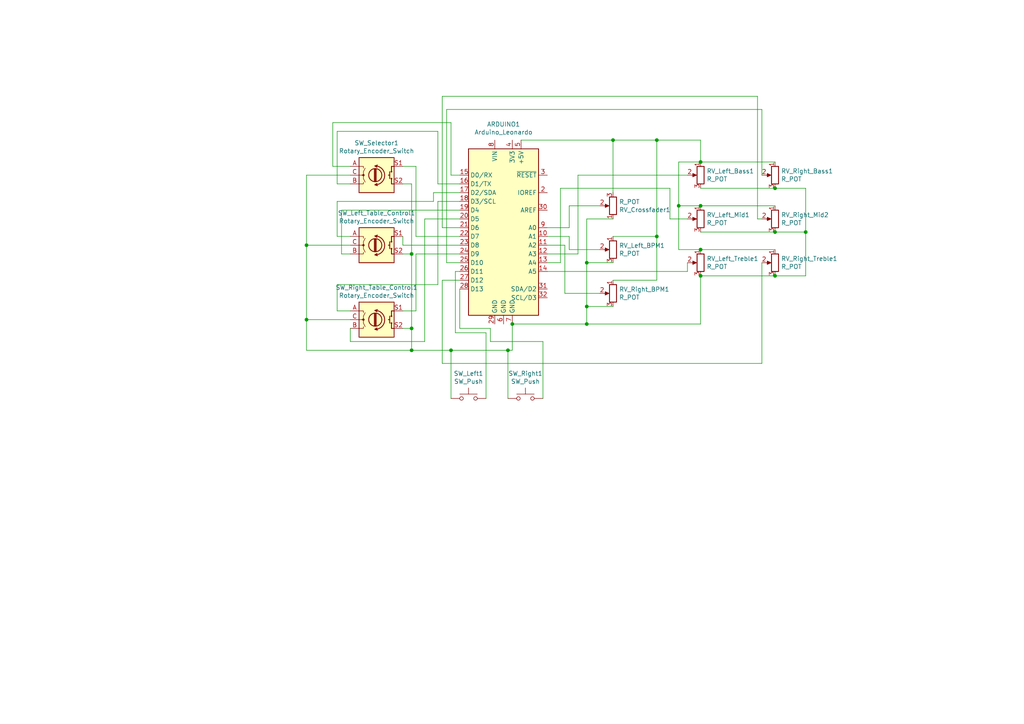
<source format=kicad_sch>
(kicad_sch (version 20231120) (generator "eeschema") (generator_version "8.0")
  (paper "A4")
  (title_block (title "MIXXX CONSOLE") (date "2024-01-09") (rev "1.0"))
  (lib_symbols
    (symbol "MCU_Module:Arduino_Leonardo"
      (property "Reference" "A" (at -10.16 23.495 0))
      (property "Value" "Arduino_Leonardo" (at 5.08 -26.67 0))
      (symbol "Arduino_Leonardo_0_1"
        (rectangle (start -10.16 22.86) (end 10.16 -25.4) (stroke (width 0.254)) (fill (type background)))
      )
      (symbol "Arduino_Leonardo_1_1"
        (pin no_connect line (at -10.16 -20.32 0) (length 2.54) hide (name "NC") (number "1"))
        (pin bidirectional line (at 12.7 -2.54 180) (length 2.54) (name "A1") (number "10"))
        (pin bidirectional line (at 12.7 -5.08 180) (length 2.54) (name "A2") (number "11"))
        (pin bidirectional line (at 12.7 -7.62 180) (length 2.54) (name "A3") (number "12"))
        (pin bidirectional line (at 12.7 -10.16 180) (length 2.54) (name "A4") (number "13"))
        (pin bidirectional line (at 12.7 -12.7 180) (length 2.54) (name "A5") (number "14"))
        (pin bidirectional line (at -12.7 15.24 0) (length 2.54) (name "D0/RX") (number "15"))
        (pin bidirectional line (at -12.7 12.7 0) (length 2.54) (name "D1/TX") (number "16"))
        (pin bidirectional line (at -12.7 10.16 0) (length 2.54) (name "D2/SDA") (number "17"))
        (pin bidirectional line (at -12.7 7.62 0) (length 2.54) (name "D3/SCL") (number "18"))
        (pin bidirectional line (at -12.7 5.08 0) (length 2.54) (name "D4") (number "19"))
        (pin output line (at 12.7 10.16 180) (length 2.54) (name "IOREF") (number "2"))
        (pin bidirectional line (at -12.7 2.54 0) (length 2.54) (name "D5") (number "20"))
        (pin bidirectional line (at -12.7 0 0) (length 2.54) (name "D6") (number "21"))
        (pin bidirectional line (at -12.7 -2.54 0) (length 2.54) (name "D7") (number "22"))
        (pin bidirectional line (at -12.7 -5.08 0) (length 2.54) (name "D8") (number "23"))
        (pin bidirectional line (at -12.7 -7.62 0) (length 2.54) (name "D9") (number "24"))
        (pin bidirectional line (at -12.7 -10.16 0) (length 2.54) (name "D10") (number "25"))
        (pin bidirectional line (at -12.7 -12.7 0) (length 2.54) (name "D11") (number "26"))
        (pin bidirectional line (at -12.7 -15.24 0) (length 2.54) (name "D12") (number "27"))
        (pin bidirectional line (at -12.7 -17.78 0) (length 2.54) (name "D13") (number "28"))
        (pin power_in line (at -2.54 -27.94 90) (length 2.54) (name "GND") (number "29"))
        (pin input line (at 12.7 15.24 180) (length 2.54) (name "~{RESET}") (number "3"))
        (pin input line (at 12.7 5.08 180) (length 2.54) (name "AREF") (number "30"))
        (pin bidirectional line (at 12.7 -17.78 180) (length 2.54) (name "SDA/D2") (number "31"))
        (pin bidirectional line (at 12.7 -20.32 180) (length 2.54) (name "SCL/D3") (number "32"))
        (pin power_out line (at 2.54 25.4 270) (length 2.54) (name "3V3") (number "4"))
        (pin power_out line (at 5.08 25.4 270) (length 2.54) (name "+5V") (number "5"))
        (pin power_in line (at 0 -27.94 90) (length 2.54) (name "GND") (number "6"))
        (pin power_in line (at 2.54 -27.94 90) (length 2.54) (name "GND") (number "7"))
        (pin power_in line (at -2.54 25.4 270) (length 2.54) (name "VIN") (number "8"))
        (pin bidirectional line (at 12.7 0 180) (length 2.54) (name "A0") (number "9"))
      )
    )
    (symbol "Switch:SW_Push" (pin_numbers hide) (pin_names (offset 1.016) hide)
      (property "Reference" "SW" (at 1.27 2.54 0))
      (property "Value" "SW_Push" (at 0 -1.524 0))
      (symbol "SW_Push_0_1"
        (circle (center -2.032 0) (radius 0.508))
        (polyline (pts (xy 0 1.27) (xy 0 3.048)))
        (polyline (pts (xy 2.54 1.27) (xy -2.54 1.27)))
        (circle (center 2.032 0) (radius 0.508))
        (pin passive line (at -5.08 0 0) (length 2.54) (name "1") (number "1"))
        (pin passive line (at 5.08 0 180) (length 2.54) (name "2") (number "2"))
      )
    )
    (symbol "console-rescue:R_POT-Device" (pin_names (offset 1.016) hide)
      (property "Reference" "RV" (at -4.445 0 90))
      (property "Value" "Device_R_POT" (at -2.54 0 90))
      (symbol "R_POT-Device_0_1"
        (polyline (pts (xy 2.54 0) (xy 1.524 0)))
        (polyline (pts (xy 1.143 0) (xy 2.286 0.508) (xy 2.286 -0.508) (xy 1.143 0)) (fill (type outline)))
        (rectangle (start 1.016 2.54) (end -1.016 -2.54) (stroke (width 0.254)))
      )
      (symbol "R_POT-Device_1_1"
        (pin passive line (at 0 3.81 270) (length 1.27) (name "1") (number "1"))
        (pin passive line (at 3.81 0 180) (length 1.27) (name "2") (number "2"))
        (pin passive line (at 0 -3.81 90) (length 1.27) (name "3") (number "3"))
      )
    )
    (symbol "console-rescue:Rotary_Encoder_Switch-Device" (pin_names (offset 0.254) hide)
      (property "Reference" "SW" (at 0 6.604 0))
      (property "Value" "Device_Rotary_Encoder_Switch" (at 0 -6.604 0))
      (symbol "Rotary_Encoder_Switch-Device_0_1"
        (rectangle (start -5.08 5.08) (end 5.08 -5.08) (stroke (width 0.254)) (fill (type background)))
        (circle (center -3.81 0) (radius 0.254) (fill (type outline)))
        (arc (start -0.381 -2.794) (mid 2.3622 -0.0508) (end -0.381 2.667) (stroke (width 0.254)))
        (circle (center -0.381 0) (radius 1.905) (stroke (width 0.254)))
        (polyline (pts (xy -0.635 -1.778) (xy -0.635 1.778)) (stroke (width 0.254)))
        (polyline (pts (xy -0.381 -1.778) (xy -0.381 1.778)) (stroke (width 0.254)))
        (polyline (pts (xy -0.127 1.778) (xy -0.127 -1.778)) (stroke (width 0.254)))
        (polyline (pts (xy 3.81 0) (xy 3.429 0)) (stroke (width 0.254)))
        (polyline (pts (xy 3.81 1.016) (xy 3.81 -1.016)) (stroke (width 0.254)))
        (polyline (pts (xy -5.08 -2.54) (xy -3.81 -2.54) (xy -3.81 -2.032)))
        (polyline (pts (xy -5.08 2.54) (xy -3.81 2.54) (xy -3.81 2.032)))
        (polyline (pts (xy 0.254 -3.048) (xy -0.508 -2.794) (xy 0.127 -2.413)) (stroke (width 0.254)))
        (polyline (pts (xy 0.254 2.921) (xy -0.508 2.667) (xy 0.127 2.286)) (stroke (width 0.254)))
        (polyline (pts (xy 5.08 -2.54) (xy 4.318 -2.54) (xy 4.318 -1.016)) (stroke (width 0.254)))
        (polyline (pts (xy 5.08 2.54) (xy 4.318 2.54) (xy 4.318 1.016)) (stroke (width 0.254)))
        (polyline (pts (xy -5.08 0) (xy -3.81 0) (xy -3.81 -1.016) (xy -3.302 -2.032)))
        (polyline (pts (xy -4.318 0) (xy -3.81 0) (xy -3.81 1.016) (xy -3.302 2.032)))
        (circle (center 4.318 -1.016) (radius 0.127) (stroke (width 0.254)))
        (circle (center 4.318 1.016) (radius 0.127) (stroke (width 0.254)))
      )
      (symbol "Rotary_Encoder_Switch-Device_1_1"
        (pin passive line (at -7.62 2.54 0) (length 2.54) (name "A") (number "A"))
        (pin passive line (at -7.62 -2.54 0) (length 2.54) (name "B") (number "B"))
        (pin passive line (at -7.62 0 0) (length 2.54) (name "C") (number "C"))
        (pin passive line (at 7.62 2.54 180) (length 2.54) (name "S1") (number "S1"))
        (pin passive line (at 7.62 -2.54 180) (length 2.54) (name "S2") (number "S2"))
      )
    )
  )
  (junction (at 119.38 101.6))
  (junction (at 88.9 92.71))
  (junction (at 148.59 93.98))
  (junction (at 190.5 68.58))
  (junction (at 224.79 67.31))
  (junction (at 224.79 54.61))
  (junction (at 119.38 73.66))
  (junction (at 203.2 72.39))
  (junction (at 177.8 40.64))
  (junction (at 224.79 80.01))
  (junction (at 170.18 88.9))
  (junction (at 119.38 95.25))
  (junction (at 170.18 93.98))
  (junction (at 170.18 76.2))
  (junction (at 88.9 71.12))
  (junction (at 190.5 40.64))
  (junction (at 233.68 67.31))
  (junction (at 203.2 59.69))
  (junction (at 147.32 101.6))
  (junction (at 196.85 59.69))
  (junction (at 203.2 80.01))
  (junction (at 203.2 46.99))
  (junction (at 130.81 101.6))
  (wire (pts (xy 96.52 35.56) (xy 130.81 35.56)))
  (wire (pts (xy 101.6 53.34) (xy 97.79 53.34)))
  (wire (pts (xy 147.32 101.6) (xy 147.32 115.57)))
  (wire (pts (xy 116.84 71.12) (xy 116.84 68.58)))
  (wire (pts (xy 133.35 60.96) (xy 99.06 60.96)))
  (wire (pts (xy 119.38 53.34) (xy 116.84 53.34)))
  (wire (pts (xy 163.83 71.12) (xy 163.83 85.09)))
  (wire (pts (xy 120.65 73.66) (xy 120.65 90.17)))
  (wire (pts (xy 203.2 40.64) (xy 203.2 46.99)))
  (wire (pts (xy 203.2 80.01) (xy 224.79 80.01)))
  (wire (pts (xy 158.75 71.12) (xy 163.83 71.12)))
  (wire (pts (xy 120.65 90.17) (xy 116.84 90.17)))
  (wire (pts (xy 196.85 72.39) (xy 203.2 72.39)))
  (wire (pts (xy 123.19 63.5) (xy 123.19 99.06)))
  (wire (pts (xy 170.18 63.5) (xy 170.18 76.2)))
  (wire (pts (xy 158.75 78.74) (xy 199.39 78.74)))
  (wire (pts (xy 170.18 93.98) (xy 203.2 93.98)))
  (wire (pts (xy 177.8 63.5) (xy 170.18 63.5)))
  (wire (pts (xy 129.54 76.2) (xy 133.35 76.2)))
  (wire (pts (xy 120.65 48.26) (xy 116.84 48.26)))
  (wire (pts (xy 190.5 68.58) (xy 177.8 68.58)))
  (wire (pts (xy 96.52 48.26) (xy 96.52 35.56)))
  (wire (pts (xy 130.81 101.6) (xy 147.32 101.6)))
  (wire (pts (xy 233.68 67.31) (xy 224.79 67.31)))
  (wire (pts (xy 196.85 59.69) (xy 203.2 59.69)))
  (wire (pts (xy 133.35 78.74) (xy 132.08 78.74)))
  (wire (pts (xy 128.27 81.28) (xy 133.35 81.28)))
  (wire (pts (xy 116.84 71.12) (xy 133.35 71.12)))
  (wire (pts (xy 97.79 90.17) (xy 101.6 90.17)))
  (wire (pts (xy 162.56 76.2) (xy 162.56 54.61)))
  (wire (pts (xy 196.85 59.69) (xy 196.85 72.39)))
  (wire (pts (xy 128.27 105.41) (xy 220.98 105.41)))
  (wire (pts (xy 158.75 73.66) (xy 167.64 73.66)))
  (wire (pts (xy 167.64 50.8) (xy 199.39 50.8)))
  (wire (pts (xy 163.83 85.09) (xy 173.99 85.09)))
  (wire (pts (xy 133.35 66.04) (xy 128.27 66.04)))
  (wire (pts (xy 162.56 54.61) (xy 194.31 54.61)))
  (wire (pts (xy 97.79 68.58) (xy 101.6 68.58)))
  (wire (pts (xy 170.18 93.98) (xy 148.59 93.98)))
  (wire (pts (xy 130.81 101.6) (xy 119.38 101.6)))
  (wire (pts (xy 119.38 101.6) (xy 119.38 95.25)))
  (wire (pts (xy 101.6 48.26) (xy 96.52 48.26)))
  (wire (pts (xy 128.27 105.41) (xy 128.27 81.28)))
  (wire (pts (xy 148.59 101.6) (xy 148.59 93.98)))
  (wire (pts (xy 88.9 92.71) (xy 88.9 71.12)))
  (wire (pts (xy 88.9 71.12) (xy 101.6 71.12)))
  (wire (pts (xy 128.27 66.04) (xy 128.27 27.94)))
  (wire (pts (xy 203.2 72.39) (xy 224.79 72.39)))
  (wire (pts (xy 233.68 54.61) (xy 224.79 54.61)))
  (wire (pts (xy 165.1 68.58) (xy 165.1 72.39)))
  (wire (pts (xy 190.5 40.64) (xy 190.5 68.58)))
  (wire (pts (xy 203.2 59.69) (xy 224.79 59.69)))
  (wire (pts (xy 151.13 40.64) (xy 177.8 40.64)))
  (wire (pts (xy 142.24 99.06) (xy 157.48 99.06)))
  (wire (pts (xy 190.5 40.64) (xy 203.2 40.64)))
  (wire (pts (xy 129.54 31.75) (xy 129.54 76.2)))
  (wire (pts (xy 127 58.42) (xy 127 82.55)))
  (wire (pts (xy 130.81 50.8) (xy 133.35 50.8)))
  (wire (pts (xy 119.38 101.6) (xy 88.9 101.6)))
  (wire (pts (xy 133.35 58.42) (xy 127 58.42)))
  (wire (pts (xy 119.38 73.66) (xy 116.84 73.66)))
  (wire (pts (xy 88.9 71.12) (xy 88.9 50.8)))
  (wire (pts (xy 177.8 40.64) (xy 190.5 40.64)))
  (wire (pts (xy 127 82.55) (xy 97.79 82.55)))
  (wire (pts (xy 220.98 31.75) (xy 220.98 50.8)))
  (wire (pts (xy 194.31 63.5) (xy 199.39 63.5)))
  (wire (pts (xy 203.2 67.31) (xy 224.79 67.31)))
  (wire (pts (xy 147.32 101.6) (xy 148.59 101.6)))
  (wire (pts (xy 119.38 95.25) (xy 119.38 73.66)))
  (wire (pts (xy 125.73 55.88) (xy 125.73 58.42)))
  (wire (pts (xy 170.18 76.2) (xy 170.18 88.9)))
  (wire (pts (xy 177.8 40.64) (xy 177.8 55.88)))
  (wire (pts (xy 219.71 63.5) (xy 220.98 63.5)))
  (wire (pts (xy 203.2 93.98) (xy 203.2 80.01)))
  (wire (pts (xy 158.75 66.04) (xy 165.1 66.04)))
  (wire (pts (xy 157.48 99.06) (xy 157.48 115.57)))
  (wire (pts (xy 190.5 81.28) (xy 177.8 81.28)))
  (wire (pts (xy 132.08 96.52) (xy 140.97 96.52)))
  (wire (pts (xy 97.79 53.34) (xy 97.79 38.1)))
  (wire (pts (xy 133.35 55.88) (xy 125.73 55.88)))
  (wire (pts (xy 120.65 73.66) (xy 133.35 73.66)))
  (wire (pts (xy 97.79 38.1) (xy 127 38.1)))
  (wire (pts (xy 132.08 78.74) (xy 132.08 96.52)))
  (wire (pts (xy 203.2 46.99) (xy 224.79 46.99)))
  (wire (pts (xy 142.24 95.25) (xy 142.24 99.06)))
  (wire (pts (xy 233.68 80.01) (xy 233.68 67.31)))
  (wire (pts (xy 165.1 72.39) (xy 173.99 72.39)))
  (wire (pts (xy 165.1 59.69) (xy 173.99 59.69)))
  (wire (pts (xy 177.8 88.9) (xy 170.18 88.9)))
  (wire (pts (xy 130.81 35.56) (xy 130.81 50.8)))
  (wire (pts (xy 170.18 88.9) (xy 170.18 93.98)))
  (wire (pts (xy 97.79 82.55) (xy 97.79 90.17)))
  (wire (pts (xy 97.79 58.42) (xy 97.79 68.58)))
  (wire (pts (xy 120.65 68.58) (xy 120.65 48.26)))
  (wire (pts (xy 119.38 73.66) (xy 119.38 53.34)))
  (wire (pts (xy 158.75 68.58) (xy 165.1 68.58)))
  (wire (pts (xy 101.6 99.06) (xy 101.6 95.25)))
  (wire (pts (xy 203.2 54.61) (xy 224.79 54.61)))
  (wire (pts (xy 177.8 76.2) (xy 170.18 76.2)))
  (wire (pts (xy 119.38 95.25) (xy 116.84 95.25)))
  (wire (pts (xy 140.97 96.52) (xy 140.97 115.57)))
  (wire (pts (xy 129.54 31.75) (xy 220.98 31.75)))
  (wire (pts (xy 130.81 101.6) (xy 130.81 115.57)))
  (wire (pts (xy 219.71 27.94) (xy 219.71 63.5)))
  (wire (pts (xy 190.5 68.58) (xy 190.5 81.28)))
  (wire (pts (xy 99.06 73.66) (xy 101.6 73.66)))
  (wire (pts (xy 127 53.34) (xy 133.35 53.34)))
  (wire (pts (xy 194.31 54.61) (xy 194.31 63.5)))
  (wire (pts (xy 165.1 66.04) (xy 165.1 59.69)))
  (wire (pts (xy 123.19 99.06) (xy 101.6 99.06)))
  (wire (pts (xy 133.35 95.25) (xy 142.24 95.25)))
  (wire (pts (xy 125.73 58.42) (xy 97.79 58.42)))
  (wire (pts (xy 128.27 27.94) (xy 219.71 27.94)))
  (wire (pts (xy 133.35 83.82) (xy 133.35 95.25)))
  (wire (pts (xy 99.06 60.96) (xy 99.06 73.66)))
  (wire (pts (xy 203.2 46.99) (xy 196.85 46.99)))
  (wire (pts (xy 120.65 68.58) (xy 133.35 68.58)))
  (wire (pts (xy 224.79 80.01) (xy 233.68 80.01)))
  (wire (pts (xy 127 38.1) (xy 127 53.34)))
  (wire (pts (xy 167.64 73.66) (xy 167.64 50.8)))
  (wire (pts (xy 233.68 67.31) (xy 233.68 54.61)))
  (wire (pts (xy 199.39 78.74) (xy 199.39 76.2)))
  (wire (pts (xy 133.35 63.5) (xy 123.19 63.5)))
  (wire (pts (xy 220.98 105.41) (xy 220.98 76.2)))
  (wire (pts (xy 158.75 76.2) (xy 162.56 76.2)))
  (wire (pts (xy 88.9 50.8) (xy 101.6 50.8)))
  (wire (pts (xy 88.9 101.6) (xy 88.9 92.71)))
  (wire (pts (xy 196.85 46.99) (xy 196.85 59.69)))
  (wire (pts (xy 88.9 92.71) (xy 101.6 92.71)))
  (symbol (lib_id "MCU_Module:Arduino_Leonardo") (at 146.05 66.04 0) (unit 1)
    (property "Reference" "ARDUINO1" (at 146.05 36.0426 0))
    (property "Value" "Arduino_Leonardo" (at 146.05 38.354 0))
    (property "Footprint" "Module:Arduino_UNO_R3" (effects (hide yes)))
    (property "Datasheet" "https://www.arduino.cc/en/Main/ArduinoBoardLeonardo" (effects (hide yes)))
  )
  (symbol (lib_id "console-rescue:R_POT-Device") (at 177.8 72.39 0) (mirror y) (unit 1)
    (property "Reference" "RV_Left_BPM1" (at 179.5526 71.2216 0) (effects (justify right)))
    (property "Value" "R_POT" (at 179.5526 73.533 0) (effects (justify right)))
    (property "Footprint" "Potentiometer_THT:Potentiometer_Bourns_PTA4543_Single_Slide" (effects (hide yes)))
  )
  (symbol (lib_id "console-rescue:R_POT-Device") (at 203.2 76.2 0) (mirror y) (unit 1)
    (property "Reference" "RV_Left_Treble1" (at 204.9526 75.0316 0) (effects (justify right)))
    (property "Value" "R_POT" (at 204.9526 77.343 0) (effects (justify right)))
    (property "Footprint" "Potentiometer_THT:Potentiometer_Bourns_PTV09A-1_Single_Vertical" (effects (hide yes)))
  )
  (symbol (lib_id "console-rescue:R_POT-Device") (at 224.79 76.2 0) (mirror y) (unit 1)
    (property "Reference" "RV_Right_Treble1" (at 226.5426 75.0316 0) (effects (justify right)))
    (property "Value" "R_POT" (at 226.5426 77.343 0) (effects (justify right)))
    (property "Footprint" "Potentiometer_THT:Potentiometer_Bourns_PTV09A-1_Single_Vertical" (effects (hide yes)))
  )
  (symbol (lib_id "console-rescue:R_POT-Device") (at 177.8 59.69 180) (unit 1)
    (property "Reference" "RV_Crossfader1" (at 179.5526 60.8584 0) (effects (justify right)))
    (property "Value" "R_POT" (at 179.5526 58.547 0) (effects (justify right)))
    (property "Footprint" "Potentiometer_THT:Potentiometer_Bourns_PTA6043_Single_Slide" (effects (hide yes)))
  )
  (symbol (lib_id "console-rescue:R_POT-Device") (at 203.2 50.8 0) (mirror y) (unit 1)
    (property "Reference" "RV_Left_Bass1" (at 204.9526 49.6316 0) (effects (justify right)))
    (property "Value" "R_POT" (at 204.9526 51.943 0) (effects (justify right)))
    (property "Footprint" "Potentiometer_THT:Potentiometer_Bourns_PTV09A-1_Single_Vertical" (effects (hide yes)))
  )
  (symbol (lib_id "console-rescue:R_POT-Device") (at 203.2 63.5 0) (mirror y) (unit 1)
    (property "Reference" "RV_Left_Mid1" (at 204.9526 62.3316 0) (effects (justify right)))
    (property "Value" "R_POT" (at 204.9526 64.643 0) (effects (justify right)))
    (property "Footprint" "Potentiometer_THT:Potentiometer_Bourns_PTV09A-1_Single_Vertical" (effects (hide yes)))
  )
  (symbol (lib_id "console-rescue:R_POT-Device") (at 177.8 85.09 0) (mirror y) (unit 1)
    (property "Reference" "RV_Right_BPM1" (at 179.5526 83.9216 0) (effects (justify right)))
    (property "Value" "R_POT" (at 179.5526 86.233 0) (effects (justify right)))
    (property "Footprint" "Potentiometer_THT:Potentiometer_Bourns_PTA4543_Single_Slide" (effects (hide yes)))
  )
  (symbol (lib_id "console-rescue:R_POT-Device") (at 224.79 50.8 0) (mirror y) (unit 1)
    (property "Reference" "RV_Right_Bass1" (at 226.5426 49.6316 0) (effects (justify right)))
    (property "Value" "R_POT" (at 226.5426 51.943 0) (effects (justify right)))
    (property "Footprint" "Potentiometer_THT:Potentiometer_Bourns_PTV09A-1_Single_Vertical" (effects (hide yes)))
  )
  (symbol (lib_id "console-rescue:R_POT-Device") (at 224.79 63.5 0) (mirror y) (unit 1)
    (property "Reference" "RV_Right_Mid2" (at 226.5426 62.3316 0) (effects (justify right)))
    (property "Value" "R_POT" (at 226.5426 64.643 0) (effects (justify right)))
    (property "Footprint" "Potentiometer_THT:Potentiometer_Bourns_PTV09A-1_Single_Vertical" (effects (hide yes)))
  )
  (symbol (lib_id "Switch:SW_Push") (at 135.89 115.57 0) (unit 1)
    (property "Reference" "SW_Left1" (at 135.89 108.331 0))
    (property "Value" "SW_Push" (at 135.89 110.6424 0))
    (property "Footprint" "digikey-footprints:D6R90F2LFS" (effects (hide yes)))
  )
  (symbol (lib_id "Switch:SW_Push") (at 152.4 115.57 0) (unit 1)
    (property "Reference" "SW_Right1" (at 152.4 108.331 0))
    (property "Value" "SW_Push" (at 152.4 110.6424 0))
    (property "Footprint" "digikey-footprints:D6R90F2LFS" (effects (hide yes)))
  )
  (symbol (lib_id "console-rescue:Rotary_Encoder_Switch-Device") (at 109.22 50.8 0) (unit 1)
    (property "Reference" "SW_Selector1" (at 109.22 41.4782 0))
    (property "Value" "Rotary_Encoder_Switch" (at 109.22 43.7896 0))
    (property "Footprint" "digikey-footprints:XDCR_PEC11R-4215F-S0024" (effects (hide yes)))
  )
  (symbol (lib_id "console-rescue:Rotary_Encoder_Switch-Device") (at 109.22 71.12 0) (unit 1)
    (property "Reference" "SW_Left_Table_Control1" (at 109.22 61.7982 0))
    (property "Value" "Rotary_Encoder_Switch" (at 109.22 64.1096 0))
    (property "Footprint" "digikey-footprints:XDCR_PEC11R-4215F-S0024" (effects (hide yes)))
  )
  (symbol (lib_id "console-rescue:Rotary_Encoder_Switch-Device") (at 109.22 92.71 0) (unit 1)
    (property "Reference" "SW_Right_Table_Control1" (at 109.22 83.3882 0))
    (property "Value" "Rotary_Encoder_Switch" (at 109.22 85.6996 0))
    (property "Footprint" "digikey-footprints:XDCR_PEC11R-4215F-S0024" (effects (hide yes)))
  )
)
</source>
